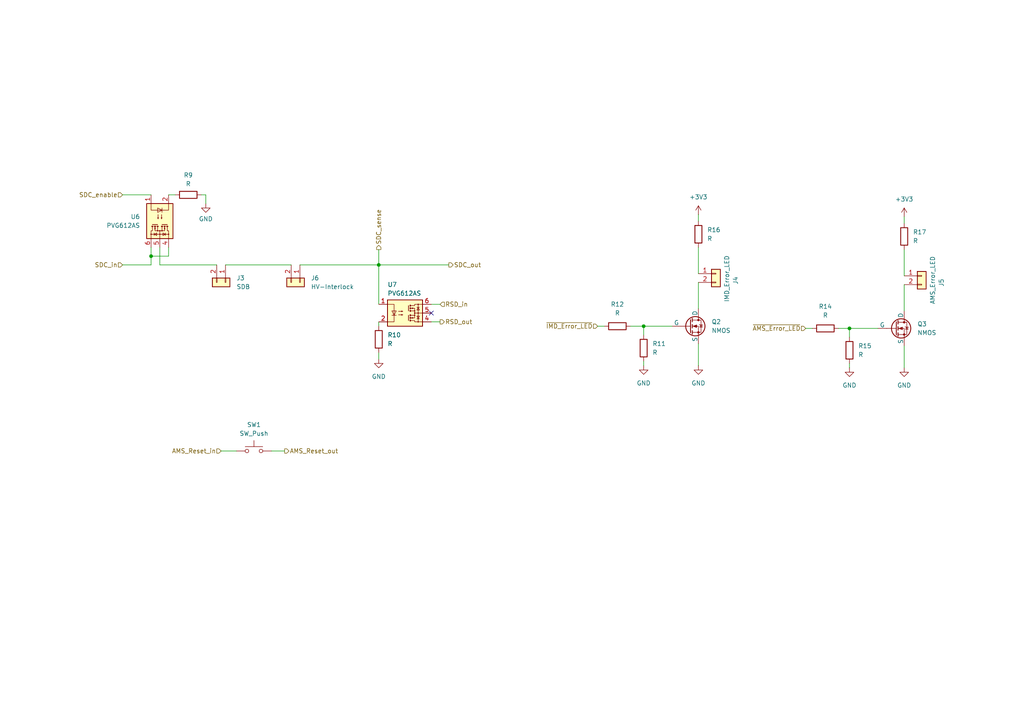
<source format=kicad_sch>
(kicad_sch (version 20231120) (generator "eeschema") (generator_version "8.0")
  (paper "A4")
  (lib_symbols
    (symbol "Connector_Generic:Conn_01x02" (pin_names (offset 1.016) hide)
      (property "Reference" "J" (at 0 2.54 0))
      (property "Value" "Conn_01x02" (at 0 -5.08 0))
      (symbol "Conn_01x02_1_1"
        (rectangle (start -1.27 -2.413) (end 0 -2.667) (stroke (width 0.1524)))
        (rectangle (start -1.27 0.127) (end 0 -0.127) (stroke (width 0.1524)))
        (rectangle (start -1.27 1.27) (end 1.27 -3.81) (stroke (width 0.254)) (fill (type background)))
        (pin passive line (at -5.08 0 0) (length 3.81) (name "Pin_1") (number "1"))
        (pin passive line (at -5.08 -2.54 0) (length 3.81) (name "Pin_2") (number "2"))
      )
    )
    (symbol "Device:R" (pin_numbers hide) (pin_names (offset 0))
      (property "Reference" "R" (at 2.032 0 90))
      (property "Value" "R" (at 0 0 90))
      (symbol "R_0_1"
        (rectangle (start -1.016 -2.54) (end 1.016 2.54) (stroke (width 0.254)))
      )
      (symbol "R_1_1"
        (pin passive line (at 0 3.81 270) (length 1.27) (name "~") (number "1"))
        (pin passive line (at 0 -3.81 90) (length 1.27) (name "~") (number "2"))
      )
    )
    (symbol "FaSTTUBe_Power-Switches:PVG612AS"
      (property "Reference" "U" (at -3.81 5.08 0))
      (property "Value" "PVG612AS" (at 0 -5.08 0))
      (symbol "PVG612AS_0_1"
        (rectangle (start -5.08 3.81) (end 5.08 -3.81) (stroke (width 0.254)) (fill (type background)))
        (polyline (pts (xy -3.81 -0.635) (xy -2.54 -0.635)))
        (polyline (pts (xy 1.016 -0.635) (xy 1.016 -2.159)) (stroke (width 0.2032)))
        (polyline (pts (xy 1.016 2.159) (xy 1.016 0.635)) (stroke (width 0.2032)))
        (polyline (pts (xy 1.524 -0.508) (xy 1.524 -0.762)) (stroke (width 0.3556)))
        (polyline (pts (xy 2.794 0) (xy 5.08 0)))
        (polyline (pts (xy 3.429 -1.651) (xy 4.191 -1.651)))
        (polyline (pts (xy 3.429 1.651) (xy 4.191 1.651)))
        (polyline (pts (xy 3.81 -2.54) (xy 3.81 2.54)))
        (polyline (pts (xy 1.524 -2.032) (xy 1.524 -2.286) (xy 1.524 -2.286)) (stroke (width 0.3556)))
        (polyline (pts (xy 1.524 -1.27) (xy 1.524 -1.524) (xy 1.524 -1.524)) (stroke (width 0.3556)))
        (polyline (pts (xy 1.524 0.762) (xy 1.524 0.508) (xy 1.524 0.508)) (stroke (width 0.3556)))
        (polyline (pts (xy 1.524 1.524) (xy 1.524 1.27) (xy 1.524 1.27)) (stroke (width 0.3556)))
        (polyline (pts (xy 1.524 2.286) (xy 1.524 2.032) (xy 1.524 2.032)) (stroke (width 0.3556)))
        (polyline (pts (xy 1.651 -1.397) (xy 2.794 -1.397) (xy 2.794 -0.635)))
        (polyline (pts (xy 1.651 1.397) (xy 2.794 1.397) (xy 2.794 0.635)))
        (polyline (pts (xy -5.08 2.54) (xy -3.175 2.54) (xy -3.175 -2.54) (xy -5.08 -2.54)))
        (polyline (pts (xy -3.175 -0.635) (xy -3.81 0.635) (xy -2.54 0.635) (xy -3.175 -0.635)))
        (polyline (pts (xy 1.651 -2.159) (xy 2.794 -2.159) (xy 2.794 -2.54) (xy 5.08 -2.54)))
        (polyline (pts (xy 1.651 -0.635) (xy 2.794 -0.635) (xy 2.794 0.635) (xy 1.651 0.635)))
        (polyline (pts (xy 1.651 2.159) (xy 2.794 2.159) (xy 2.794 2.54) (xy 5.08 2.54)))
        (polyline (pts (xy 1.778 -1.397) (xy 2.286 -1.27) (xy 2.286 -1.524) (xy 1.778 -1.397)))
        (polyline (pts (xy 1.778 1.397) (xy 2.286 1.524) (xy 2.286 1.27) (xy 1.778 1.397)))
        (polyline (pts (xy 3.81 -1.651) (xy 3.429 -0.889) (xy 4.191 -0.889) (xy 3.81 -1.651)))
        (polyline (pts (xy 3.81 1.651) (xy 3.429 0.889) (xy 4.191 0.889) (xy 3.81 1.651)))
        (polyline (pts (xy -1.905 -0.508) (xy -0.635 -0.508) (xy -1.016 -0.635) (xy -1.016 -0.381) (xy -0.635 -0.508)))
        (polyline (pts (xy -1.905 0.508) (xy -0.635 0.508) (xy -1.016 0.381) (xy -1.016 0.635) (xy -0.635 0.508)))
        (circle (center 2.794 -0.635) (radius 0.127))
        (circle (center 2.794 0) (radius 0.127))
        (circle (center 2.794 0.635) (radius 0.127))
        (circle (center 3.81 -2.54) (radius 0.127))
        (circle (center 3.81 0) (radius 0.127))
        (circle (center 3.81 2.54) (radius 0.127))
      )
      (symbol "PVG612AS_1_1"
        (pin passive line (at -7.62 2.54 0) (length 2.54) (name "~") (number "1"))
        (pin passive line (at -7.62 -2.54 0) (length 2.54) (name "~") (number "2"))
        (pin no_connect line (at -5.08 0 0) (length 2.54) hide (name "~") (number "3"))
        (pin passive line (at 7.62 -2.54 180) (length 2.54) (name "~") (number "4"))
        (pin passive line (at 7.62 0 180) (length 2.54) (name "~") (number "5"))
        (pin passive line (at 7.62 2.54 180) (length 2.54) (name "~") (number "6"))
      )
    )
    (symbol "Simulation_SPICE:NMOS" (pin_numbers hide) (pin_names (offset 0))
      (property "Reference" "Q" (at 5.08 1.27 0))
      (property "Value" "NMOS" (at 5.08 -1.27 0))
      (symbol "NMOS_0_1"
        (polyline (pts (xy 0.254 0) (xy -2.54 0)))
        (polyline (pts (xy 0.254 1.905) (xy 0.254 -1.905)) (stroke (width 0.254)))
        (polyline (pts (xy 0.762 -1.27) (xy 0.762 -2.286)) (stroke (width 0.254)))
        (polyline (pts (xy 0.762 0.508) (xy 0.762 -0.508)) (stroke (width 0.254)))
        (polyline (pts (xy 0.762 2.286) (xy 0.762 1.27)) (stroke (width 0.254)))
        (polyline (pts (xy 2.54 2.54) (xy 2.54 1.778)))
        (polyline (pts (xy 2.54 -2.54) (xy 2.54 0) (xy 0.762 0)))
        (polyline (pts (xy 0.762 -1.778) (xy 3.302 -1.778) (xy 3.302 1.778) (xy 0.762 1.778)))
        (polyline (pts (xy 1.016 0) (xy 2.032 0.381) (xy 2.032 -0.381) (xy 1.016 0)) (fill (type outline)))
        (polyline (pts (xy 2.794 0.508) (xy 2.921 0.381) (xy 3.683 0.381) (xy 3.81 0.254)))
        (polyline (pts (xy 3.302 0.381) (xy 2.921 -0.254) (xy 3.683 -0.254) (xy 3.302 0.381)))
        (circle (center 1.651 0) (radius 2.794) (stroke (width 0.254)))
        (circle (center 2.54 -1.778) (radius 0.254) (fill (type outline)))
        (circle (center 2.54 1.778) (radius 0.254) (fill (type outline)))
      )
      (symbol "NMOS_1_1"
        (pin passive line (at 2.54 5.08 270) (length 2.54) (name "D") (number "1"))
        (pin input line (at -5.08 0 0) (length 2.54) (name "G") (number "2"))
        (pin passive line (at 2.54 -5.08 90) (length 2.54) (name "S") (number "3"))
      )
    )
    (symbol "Switch:SW_Push" (pin_numbers hide) (pin_names (offset 1.016) hide)
      (property "Reference" "SW" (at 1.27 2.54 0))
      (property "Value" "SW_Push" (at 0 -1.524 0))
      (symbol "SW_Push_0_1"
        (circle (center -2.032 0) (radius 0.508))
        (polyline (pts (xy 0 1.27) (xy 0 3.048)))
        (polyline (pts (xy 2.54 1.27) (xy -2.54 1.27)))
        (circle (center 2.032 0) (radius 0.508))
        (pin passive line (at -5.08 0 0) (length 2.54) (name "1") (number "1"))
        (pin passive line (at 5.08 0 180) (length 2.54) (name "2") (number "2"))
      )
    )
    (symbol "power:+3V3" (power) (pin_numbers hide) (pin_names (offset 0) hide)
      (property "Value" "+3V3" (at 0 3.556 0))
      (symbol "+3V3_0_1"
        (polyline (pts (xy -0.762 1.27) (xy 0 2.54)))
        (polyline (pts (xy 0 0) (xy 0 2.54)))
        (polyline (pts (xy 0 2.54) (xy 0.762 1.27)))
      )
      (symbol "+3V3_1_1"
        (pin power_in line (at 0 0 90) (length 0) (name "~") (number "1"))
      )
    )
    (symbol "power:GND" (power) (pin_numbers hide) (pin_names (offset 0) hide)
      (property "Value" "GND" (at 0 -3.81 0))
      (symbol "GND_0_1"
        (polyline (pts (xy 0 0) (xy 0 -1.27) (xy 1.27 -1.27) (xy 0 -2.54) (xy -1.27 -1.27) (xy 0 -1.27)))
      )
      (symbol "GND_1_1"
        (pin power_in line (at 0 0 270) (length 0) (name "~") (number "1"))
      )
    )
  )
  (junction (at 43.815 74.295))
  (junction (at 109.855 76.835))
  (junction (at 246.38 95.25))
  (junction (at 186.69 94.615))
  (no_connect (at 125.095 90.805))
  (wire (pts (xy 78.74 130.81) (xy 82.55 130.81)))
  (wire (pts (xy 173.355 94.615) (xy 175.26 94.615)))
  (wire (pts (xy 233.68 95.25) (xy 235.585 95.25)))
  (wire (pts (xy 64.135 130.81) (xy 68.58 130.81)))
  (wire (pts (xy 202.565 99.695) (xy 202.565 106.045)))
  (wire (pts (xy 35.56 76.835) (xy 43.815 76.835)))
  (wire (pts (xy 48.895 71.755) (xy 48.895 74.295)))
  (wire (pts (xy 109.855 72.39) (xy 109.855 76.835)))
  (wire (pts (xy 246.38 95.25) (xy 246.38 97.79)))
  (wire (pts (xy 58.42 56.515) (xy 59.69 56.515)))
  (wire (pts (xy 127.635 88.265) (xy 125.095 88.265)))
  (wire (pts (xy 262.255 100.33) (xy 262.255 106.68)))
  (wire (pts (xy 125.095 93.345) (xy 127.635 93.345)))
  (wire (pts (xy 43.815 71.755) (xy 43.815 74.295)))
  (wire (pts (xy 243.205 95.25) (xy 246.38 95.25)))
  (wire (pts (xy 109.855 76.835) (xy 130.175 76.835)))
  (wire (pts (xy 109.855 102.235) (xy 109.855 104.14)))
  (wire (pts (xy 109.855 93.345) (xy 109.855 94.615)))
  (wire (pts (xy 65.405 76.835) (xy 84.455 76.835)))
  (wire (pts (xy 109.855 76.835) (xy 109.855 88.265)))
  (wire (pts (xy 262.255 62.865) (xy 262.255 64.77)))
  (wire (pts (xy 186.69 94.615) (xy 194.945 94.615)))
  (wire (pts (xy 182.88 94.615) (xy 186.69 94.615)))
  (wire (pts (xy 35.56 56.515) (xy 43.815 56.515)))
  (wire (pts (xy 202.565 62.23) (xy 202.565 64.135)))
  (wire (pts (xy 202.565 71.755) (xy 202.565 79.375)))
  (wire (pts (xy 59.69 56.515) (xy 59.69 59.055)))
  (wire (pts (xy 43.815 74.295) (xy 48.895 74.295)))
  (wire (pts (xy 46.355 76.835) (xy 62.865 76.835)))
  (wire (pts (xy 202.565 81.915) (xy 202.565 89.535)))
  (wire (pts (xy 186.69 94.615) (xy 186.69 97.155)))
  (wire (pts (xy 46.355 71.755) (xy 46.355 76.835)))
  (wire (pts (xy 43.815 74.295) (xy 43.815 76.835)))
  (wire (pts (xy 86.995 76.835) (xy 109.855 76.835)))
  (wire (pts (xy 48.895 56.515) (xy 50.8 56.515)))
  (wire (pts (xy 262.255 72.39) (xy 262.255 80.01)))
  (wire (pts (xy 262.255 82.55) (xy 262.255 90.17)))
  (wire (pts (xy 246.38 95.25) (xy 254.635 95.25)))
  (wire (pts (xy 246.38 106.68) (xy 246.38 105.41)))
  (wire (pts (xy 186.69 106.045) (xy 186.69 104.775)))
  (hierarchical_label "SDC_out" (shape output) (at 130.175 76.835 0))
  (hierarchical_label "RSD_in" (shape input) (at 127.635 88.265 0))
  (hierarchical_label "~{AMS_Error_LED}" (shape input) (at 233.68 95.25 180))
  (hierarchical_label "~{IMD_Error_LED}" (shape input) (at 173.355 94.615 180))
  (hierarchical_label "SDC_in" (shape input) (at 35.56 76.835 180))
  (hierarchical_label "AMS_Reset_in" (shape input) (at 64.135 130.81 180))
  (hierarchical_label "SDC_enable" (shape input) (at 35.56 56.515 180))
  (hierarchical_label "AMS_Reset_out" (shape output) (at 82.55 130.81 0))
  (hierarchical_label "RSD_out" (shape output) (at 127.635 93.345 0))
  (hierarchical_label "SDC_sense" (shape output) (at 109.855 72.39 90))
  (symbol (lib_id "Device:R") (at 262.255 68.58 180) (unit 1)
    (property "Reference" "R17" (at 264.795 67.3099 0) (effects (justify right)))
    (property "Value" "R" (at 264.795 69.8499 0) (effects (justify right)))
    (property "Description" "Resistor" (effects (hide yes)))
  )
  (symbol (lib_id "Device:R") (at 179.07 94.615 270) (unit 1)
    (property "Reference" "R12" (at 179.07 88.265 90))
    (property "Value" "R" (at 179.07 90.805 90))
    (property "Description" "Resistor" (effects (hide yes)))
  )
  (symbol (lib_id "Device:R") (at 186.69 100.965 180) (unit 1)
    (property "Reference" "R11" (at 189.23 99.6949 0) (effects (justify right)))
    (property "Value" "R" (at 189.23 102.2349 0) (effects (justify right)))
    (property "Description" "Resistor" (effects (hide yes)))
  )
  (symbol (lib_id "power:GND") (at 59.69 59.055 0) (unit 1)
    (property "Reference" "#PWR024" (effects (hide yes)))
    (property "Value" "GND" (at 59.69 63.5 0))
    (property "Description" "Power symbol creates a global label with name \"GND\" , ground" (effects (hide yes)))
  )
  (symbol (lib_id "power:GND") (at 246.38 106.68 0) (unit 1)
    (property "Reference" "#PWR027" (effects (hide yes)))
    (property "Value" "GND" (at 246.38 111.76 0))
    (property "Description" "Power symbol creates a global label with name \"GND\" , ground" (effects (hide yes)))
  )
  (symbol (lib_id "Device:R") (at 202.565 67.945 180) (unit 1)
    (property "Reference" "R16" (at 205.105 66.6749 0) (effects (justify right)))
    (property "Value" "R" (at 205.105 69.2149 0) (effects (justify right)))
    (property "Description" "Resistor" (effects (hide yes)))
  )
  (symbol (lib_id "Device:R") (at 109.855 98.425 180) (unit 1)
    (property "Reference" "R10" (at 112.395 97.1549 0) (effects (justify right)))
    (property "Value" "R" (at 112.395 99.6949 0) (effects (justify right)))
    (property "Description" "Resistor" (effects (hide yes)))
  )
  (symbol (lib_id "power:+3V3") (at 202.565 62.23 0) (unit 1)
    (property "Reference" "#PWR074" (effects (hide yes)))
    (property "Value" "+3V3" (at 202.565 57.15 0))
    (property "Description" "Power symbol creates a global label with name \"+3V3\"" (effects (hide yes)))
  )
  (symbol (lib_id "Connector_Generic:Conn_01x02") (at 267.335 80.01 0) (unit 1)
    (property "Reference" "J5" (at 273.05 83.185 90) (effects (justify left)))
    (property "Value" "AMS_Error_LED" (at 270.51 88.265 90) (effects (justify left)))
    (property "Description" "Generic connector, single row, 01x02, script generated (kicad-library-utils/schlib/autogen/connector/)" (effects (hide yes)))
  )
  (symbol (lib_id "Simulation_SPICE:NMOS") (at 200.025 94.615 0) (unit 1)
    (property "Reference" "Q2" (at 206.375 93.3449 0) (effects (justify left)))
    (property "Value" "NMOS" (at 206.375 95.8849 0) (effects (justify left)))
    (property "Datasheet" "https://ngspice.sourceforge.io/docs/ngspice-html-manual/manual.xhtml#cha_MOSFETs" (effects (hide yes)))
    (property "Description" "N-MOSFET transistor, drain/source/gate" (effects (hide yes)))
    (property "Sim.Device" "NMOS" (effects (hide yes)))
    (property "Sim.Type" "VDMOS" (effects (hide yes)))
    (property "Sim.Pins" "1=D 2=G 3=S" (effects (hide yes)))
  )
  (symbol (lib_id "Device:R") (at 239.395 95.25 270) (unit 1)
    (property "Reference" "R14" (at 239.395 88.9 90))
    (property "Value" "R" (at 239.395 91.44 90))
    (property "Description" "Resistor" (effects (hide yes)))
  )
  (symbol (lib_id "Connector_Generic:Conn_01x02") (at 207.645 79.375 0) (unit 1)
    (property "Reference" "J4" (at 213.36 82.55 90) (effects (justify left)))
    (property "Value" "IMD_Error_LED" (at 210.82 87.63 90) (effects (justify left)))
    (property "Description" "Generic connector, single row, 01x02, script generated (kicad-library-utils/schlib/autogen/connector/)" (effects (hide yes)))
  )
  (symbol (lib_id "power:GND") (at 186.69 106.045 0) (unit 1)
    (property "Reference" "#PWR032" (effects (hide yes)))
    (property "Value" "GND" (at 186.69 111.125 0))
    (property "Description" "Power symbol creates a global label with name \"GND\" , ground" (effects (hide yes)))
  )
  (symbol (lib_id "Device:R") (at 54.61 56.515 90) (unit 1)
    (property "Reference" "R9" (at 54.61 50.8 90))
    (property "Value" "R" (at 54.61 53.34 90))
    (property "Description" "Resistor" (effects (hide yes)))
  )
  (symbol (lib_id "Device:R") (at 246.38 101.6 180) (unit 1)
    (property "Reference" "R15" (at 248.92 100.3299 0) (effects (justify right)))
    (property "Value" "R" (at 248.92 102.8699 0) (effects (justify right)))
    (property "Description" "Resistor" (effects (hide yes)))
  )
  (symbol (lib_id "power:GND") (at 202.565 106.045 0) (unit 1)
    (property "Reference" "#PWR026" (effects (hide yes)))
    (property "Value" "GND" (at 202.565 111.125 0))
    (property "Description" "Power symbol creates a global label with name \"GND\" , ground" (effects (hide yes)))
  )
  (symbol (lib_id "power:GND") (at 262.255 106.68 0) (unit 1)
    (property "Reference" "#PWR033" (effects (hide yes)))
    (property "Value" "GND" (at 262.255 111.76 0))
    (property "Description" "Power symbol creates a global label with name \"GND\" , ground" (effects (hide yes)))
  )
  (symbol (lib_id "Simulation_SPICE:NMOS") (at 259.715 95.25 0) (unit 1)
    (property "Reference" "Q3" (at 266.065 93.9799 0) (effects (justify left)))
    (property "Value" "NMOS" (at 266.065 96.5199 0) (effects (justify left)))
    (property "Datasheet" "https://ngspice.sourceforge.io/docs/ngspice-html-manual/manual.xhtml#cha_MOSFETs" (effects (hide yes)))
    (property "Description" "N-MOSFET transistor, drain/source/gate" (effects (hide yes)))
    (property "Sim.Device" "NMOS" (effects (hide yes)))
    (property "Sim.Type" "VDMOS" (effects (hide yes)))
    (property "Sim.Pins" "1=D 2=G 3=S" (effects (hide yes)))
  )
  (symbol (lib_id "Connector_Generic:Conn_01x02") (at 65.405 81.915 270) (unit 1)
    (property "Reference" "J3" (at 68.58 80.6449 90) (effects (justify left)))
    (property "Value" "SDB" (at 68.58 83.1849 90) (effects (justify left)))
    (property "Description" "Generic connector, single row, 01x02, script generated (kicad-library-utils/schlib/autogen/connector/)" (effects (hide yes)))
  )
  (symbol (lib_id "power:+3V3") (at 262.255 62.865 0) (unit 1)
    (property "Reference" "#PWR076" (effects (hide yes)))
    (property "Value" "+3V3" (at 262.255 57.785 0))
    (property "Description" "Power symbol creates a global label with name \"+3V3\"" (effects (hide yes)))
  )
  (symbol (lib_id "FaSTTUBe_Power-Switches:PVG612AS") (at 46.355 64.135 90) (mirror x) (unit 1)
    (property "Reference" "U6" (at 40.64 62.8649 90) (effects (justify left)))
    (property "Value" "PVG612AS" (at 40.64 65.4049 90) (effects (justify left)))
    (property "Footprint" "Package_DIP:SMDIP-6_W9.53mm" (effects (hide yes)))
    (property "Datasheet" "https://www.infineon.com/dgdl/Infineon-PVG612A-DataSheet-v01_00-EN.pdf?fileId=5546d462533600a401535683ca14293a" (effects (hide yes)))
    (property "Description" "Photo MOSFET optically coupled, 60VDC, 4A, 35mohm, Isolation 4000 VRMS, SMDIP-6" (effects (hide yes)))
  )
  (symbol (lib_id "Switch:SW_Push") (at 73.66 130.81 0) (unit 1)
    (property "Reference" "SW1" (at 73.66 123.19 0))
    (property "Value" "SW_Push" (at 73.66 125.73 0))
    (property "Description" "Push button switch, generic, two pins" (effects (hide yes)))
  )
  (symbol (lib_id "Connector_Generic:Conn_01x02") (at 86.995 81.915 270) (unit 1)
    (property "Reference" "J6" (at 90.17 80.6449 90) (effects (justify left)))
    (property "Value" "HV-Interlock" (at 90.17 83.1849 90) (effects (justify left)))
    (property "Description" "Generic connector, single row, 01x02, script generated (kicad-library-utils/schlib/autogen/connector/)" (effects (hide yes)))
  )
  (symbol (lib_id "power:GND") (at 109.855 104.14 0) (unit 1)
    (property "Reference" "#PWR025" (effects (hide yes)))
    (property "Value" "GND" (at 109.855 109.22 0))
    (property "Description" "Power symbol creates a global label with name \"GND\" , ground" (effects (hide yes)))
  )
  (symbol (lib_id "FaSTTUBe_Power-Switches:PVG612AS") (at 117.475 90.805 0) (unit 1)
    (property "Reference" "U7" (at 112.395 82.55 0) (effects (justify left)))
    (property "Value" "PVG612AS" (at 112.395 85.09 0) (effects (justify left)))
    (property "Footprint" "Package_DIP:SMDIP-6_W9.53mm" (effects (hide yes)))
    (property "Datasheet" "https://www.infineon.com/dgdl/Infineon-PVG612A-DataSheet-v01_00-EN.pdf?fileId=5546d462533600a401535683ca14293a" (effects (hide yes)))
    (property "Description" "Photo MOSFET optically coupled, 60VDC, 4A, 35mohm, Isolation 4000 VRMS, SMDIP-6" (effects (hide yes)))
  )
)
</source>
